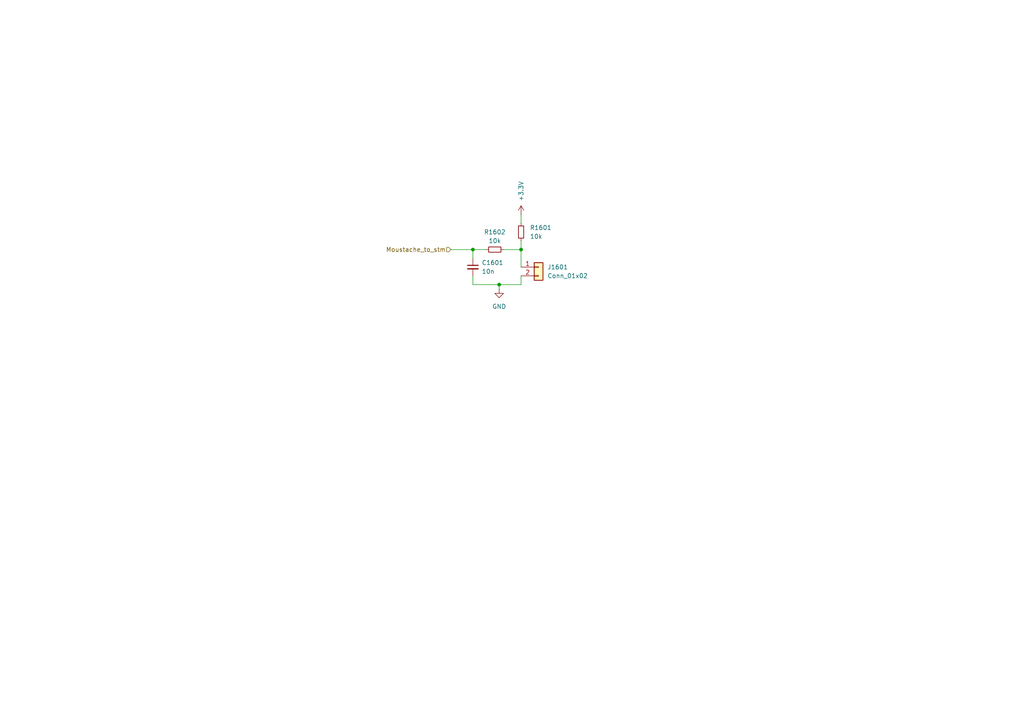
<source format=kicad_sch>
(kicad_sch (version 20231120) (generator "eeschema") (generator_version "8.0")
  (paper "A4")
  (lib_symbols
    (symbol "Connector_Generic:Conn_01x02" (pin_names (offset 1.016) hide)
      (property "Reference" "J" (at 0 2.54 0))
      (property "Value" "Conn_01x02" (at 0 -5.08 0))
      (symbol "Conn_01x02_1_1"
        (rectangle (start -1.27 -2.413) (end 0 -2.667) (stroke (width 0.1524)))
        (rectangle (start -1.27 0.127) (end 0 -0.127) (stroke (width 0.1524)))
        (rectangle (start -1.27 1.27) (end 1.27 -3.81) (stroke (width 0.254)) (fill (type background)))
        (pin passive line (at -5.08 0 0) (length 3.81) (name "Pin_1") (number "1"))
        (pin passive line (at -5.08 -2.54 0) (length 3.81) (name "Pin_2") (number "2"))
      )
    )
    (symbol "Device:C_Small" (pin_numbers hide) (pin_names (offset 0.254) hide)
      (property "Reference" "C" (at 0.254 1.778 0))
      (property "Value" "C_Small" (at 0.254 -2.032 0))
      (symbol "C_Small_0_1"
        (polyline (pts (xy -1.524 -0.508) (xy 1.524 -0.508)) (stroke (width 0.3302)))
        (polyline (pts (xy -1.524 0.508) (xy 1.524 0.508)) (stroke (width 0.3048)))
      )
      (symbol "C_Small_1_1"
        (pin passive line (at 0 2.54 270) (length 2.032) (name "~") (number "1"))
        (pin passive line (at 0 -2.54 90) (length 2.032) (name "~") (number "2"))
      )
    )
    (symbol "Device:R_Small" (pin_numbers hide) (pin_names (offset 0.254) hide)
      (property "Reference" "R" (at 0.762 0.508 0))
      (property "Value" "R_Small" (at 0.762 -1.016 0))
      (symbol "R_Small_0_1"
        (rectangle (start -0.762 1.778) (end 0.762 -1.778) (stroke (width 0.2032)))
      )
      (symbol "R_Small_1_1"
        (pin passive line (at 0 2.54 270) (length 0.762) (name "~") (number "1"))
        (pin passive line (at 0 -2.54 90) (length 0.762) (name "~") (number "2"))
      )
    )
    (symbol "power:+3.3V" (power) (pin_names (offset 0))
      (property "Value" "+3.3V" (at 0 3.556 0))
      (symbol "+3.3V_0_1"
        (polyline (pts (xy -0.762 1.27) (xy 0 2.54)))
        (polyline (pts (xy 0 0) (xy 0 2.54)))
        (polyline (pts (xy 0 2.54) (xy 0.762 1.27)))
      )
      (symbol "+3.3V_1_1"
        (pin power_in line (at 0 0 90) (length 0) hide (name "+3.3V") (number "1"))
      )
    )
    (symbol "power:GND" (power) (pin_numbers hide) (pin_names (offset 0) hide)
      (property "Value" "GND" (at 0 -3.81 0))
      (symbol "GND_0_1"
        (polyline (pts (xy 0 0) (xy 0 -1.27) (xy 1.27 -1.27) (xy 0 -2.54) (xy -1.27 -1.27) (xy 0 -1.27)))
      )
      (symbol "GND_1_1"
        (pin power_in line (at 0 0 270) (length 0) (name "~") (number "1"))
      )
    )
  )
  (junction (at 137.16 72.39))
  (junction (at 144.78 82.55))
  (junction (at 151.13 72.39))
  (wire (pts (xy 151.13 82.55) (xy 151.13 80.01)))
  (wire (pts (xy 144.78 83.82) (xy 144.78 82.55)))
  (wire (pts (xy 137.16 72.39) (xy 140.97 72.39)))
  (wire (pts (xy 130.81 72.39) (xy 137.16 72.39)))
  (wire (pts (xy 144.78 82.55) (xy 151.13 82.55)))
  (wire (pts (xy 137.16 82.55) (xy 144.78 82.55)))
  (wire (pts (xy 151.13 77.47) (xy 151.13 72.39)))
  (wire (pts (xy 146.05 72.39) (xy 151.13 72.39)))
  (wire (pts (xy 151.13 69.85) (xy 151.13 72.39)))
  (wire (pts (xy 151.13 62.23) (xy 151.13 64.77)))
  (wire (pts (xy 137.16 72.39) (xy 137.16 74.93)))
  (wire (pts (xy 137.16 80.01) (xy 137.16 82.55)))
  (hierarchical_label "Moustache_to_stm" (shape input) (at 130.81 72.39 180))
  (symbol (lib_id "Device:R_Small") (at 143.51 72.39 90) (unit 1)
    (property "Reference" "R1602" (at 143.51 67.31 90))
    (property "Value" "10k" (at 143.51 69.85 90))
    (property "Footprint" "Resistor_SMD:R_0402_1005Metric" (effects (hide yes)))
    (property "Description" "Resistor, small symbol" (effects (hide yes)))
    (instances (project "tom&Jerry_Draft" (path "" (reference "R1602") (unit 1)) (path "" (reference "R1302") (unit 1)) (path "" (reference "R1502") (unit 1)) (path "" (reference "R1402") (unit 1))))
  )
  (symbol (lib_id "Connector_Generic:Conn_01x02") (at 156.21 77.47 0) (unit 1)
    (property "Reference" "J1601" (at 158.75 77.4699 0) (effects (justify left)))
    (property "Value" "Conn_01x02" (at 158.75 80.0099 0) (effects (justify left)))
    (property "Footprint" "Connector_JST:JST_XH_S2B-XH-A-1_1x02_P2.50mm_Horizontal" (effects (hide yes)))
    (property "Description" "Generic connector, single row, 01x02, script generated (kicad-library-utils/schlib/autogen/connector/)" (effects (hide yes)))
    (instances (project "tom&Jerry_Draft" (path "" (reference "J1601") (unit 1)) (path "" (reference "J1301") (unit 1)) (path "" (reference "J1501") (unit 1)) (path "" (reference "J1401") (unit 1))))
  )
  (symbol (lib_id "Device:R_Small") (at 151.13 67.31 0) (unit 1)
    (property "Reference" "R1601" (at 153.67 66.0399 0) (effects (justify left)))
    (property "Value" "10k" (at 153.67 68.5799 0) (effects (justify left)))
    (property "Footprint" "Resistor_SMD:R_0402_1005Metric" (effects (hide yes)))
    (property "Description" "Resistor, small symbol" (effects (hide yes)))
    (instances (project "tom&Jerry_Draft" (path "" (reference "R1601") (unit 1)) (path "" (reference "R1301") (unit 1)) (path "" (reference "R1501") (unit 1)) (path "" (reference "R1401") (unit 1))))
  )
  (symbol (lib_id "power:GND") (at 144.78 83.82 0) (unit 1)
    (property "Reference" "#PWR01602" (effects (hide yes)))
    (property "Value" "GND" (at 144.78 88.9 0))
    (property "Description" "Power symbol creates a global label with name \"GND\" , ground" (effects (hide yes)))
    (instances (project "tom&Jerry_Draft" (path "" (reference "#PWR01602") (unit 1)) (path "" (reference "#PWR01302") (unit 1)) (path "" (reference "#PWR01502") (unit 1)) (path "" (reference "#PWR01402") (unit 1))))
  )
  (symbol (lib_id "Device:C_Small") (at 137.16 77.47 0) (unit 1)
    (property "Reference" "C1601" (at 139.7 76.2062 0) (effects (justify left)))
    (property "Value" "10n" (at 139.7 78.7462 0) (effects (justify left)))
    (property "Footprint" "Capacitor_SMD:C_0402_1005Metric" (effects (hide yes)))
    (property "Description" "Unpolarized capacitor, small symbol" (effects (hide yes)))
    (instances (project "tom&Jerry_Draft" (path "" (reference "C1601") (unit 1)) (path "" (reference "C1301") (unit 1)) (path "" (reference "C1501") (unit 1)) (path "" (reference "C1401") (unit 1))))
  )
  (symbol (lib_id "power:+3.3V") (at 151.13 62.23 0) (unit 1)
    (property "Reference" "#PWR01601" (effects (hide yes)))
    (property "Value" "+3.3V" (at 151.1301 58.42 90) (effects (justify left)))
    (instances (project "tom&Jerry_Draft" (path "" (reference "#PWR01601") (unit 1)) (path "" (reference "#PWR01301") (unit 1)) (path "" (reference "#PWR01501") (unit 1)) (path "" (reference "#PWR01401") (unit 1))))
  )
)
</source>
